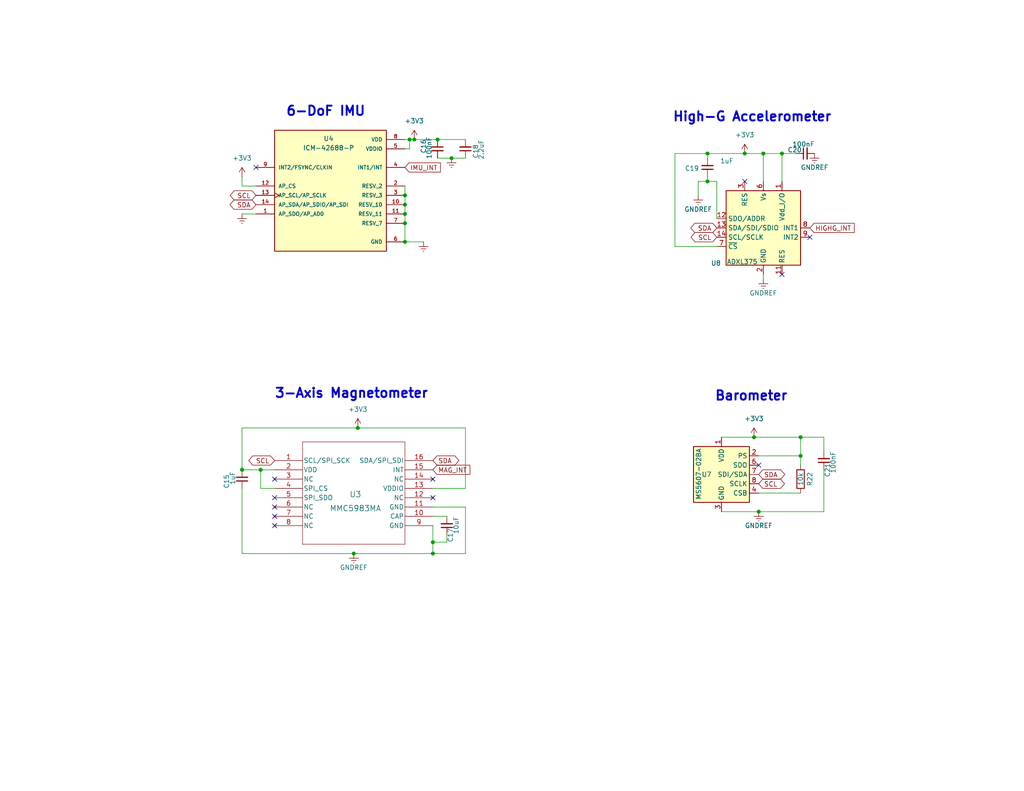
<source format=kicad_sch>
(kicad_sch (version 20231120) (generator "eeschema") (generator_version "8.0")
  (paper "USLetter")
  (title_block (title "WINTER Sensors") (date "2025-01-06") (rev "3.3") (company "SparrowTheNerd"))
  (lib_symbols
    (symbol "Device:C_Small" (pin_numbers hide) (pin_names (offset 0.254) hide)
      (property "Reference" "C" (at 0.254 1.778 0))
      (property "Value" "C_Small" (at 0.254 -2.032 0))
      (symbol "C_Small_0_1"
        (polyline (pts (xy -1.524 -0.508) (xy 1.524 -0.508)) (stroke (width 0.3302)))
        (polyline (pts (xy -1.524 0.508) (xy 1.524 0.508)) (stroke (width 0.3048)))
      )
      (symbol "C_Small_1_1"
        (pin passive line (at 0 2.54 270) (length 2.032) (name "~") (number "1"))
        (pin passive line (at 0 -2.54 90) (length 2.032) (name "~") (number "2"))
      )
    )
    (symbol "Device:R" (pin_numbers hide) (pin_names (offset 0))
      (property "Reference" "R" (at 2.032 0 90))
      (property "Value" "R" (at 0 0 90))
      (symbol "R_0_1"
        (rectangle (start -1.016 -2.54) (end 1.016 2.54) (stroke (width 0.254)))
      )
      (symbol "R_1_1"
        (pin passive line (at 0 3.81 270) (length 1.27) (name "~") (number "1"))
        (pin passive line (at 0 -3.81 90) (length 1.27) (name "~") (number "2"))
      )
    )
    (symbol "Sensor_Motion:ADXL343"
      (property "Reference" "U" (at -8.89 11.43 0))
      (property "Value" "ADXL343" (at -7.62 -11.43 0))
      (symbol "ADXL343_0_1"
        (rectangle (start -10.16 10.16) (end 10.16 -10.16) (stroke (width 0.254)) (fill (type background)))
      )
      (symbol "ADXL343_1_1"
        (pin power_in line (at 5.08 12.7 270) (length 2.54) (name "Vdd_I/O") (number "1"))
        (pin no_connect line (at -5.08 -10.16 90) (length 2.54) hide (name "NC") (number "10"))
        (pin passive line (at 5.08 -12.7 90) (length 2.54) (name "RES") (number "11"))
        (pin bidirectional line (at -12.7 2.54 0) (length 2.54) (name "SDO/ADDR") (number "12"))
        (pin bidirectional line (at -12.7 0 0) (length 2.54) (name "SDA/SDI/SDIO") (number "13"))
        (pin input line (at -12.7 -2.54 0) (length 2.54) (name "SCL/SCLK") (number "14"))
        (pin power_in line (at 0 -12.7 90) (length 2.54) (name "GND") (number "2"))
        (pin passive line (at -5.08 12.7 270) (length 2.54) (name "RES") (number "3"))
        (pin passive line (at 0 -12.7 90) (length 2.54) hide (name "GND") (number "4"))
        (pin passive line (at 0 -12.7 90) (length 2.54) hide (name "GND") (number "5"))
        (pin power_in line (at 0 12.7 270) (length 2.54) (name "Vs") (number "6"))
        (pin input line (at -12.7 -5.08 0) (length 2.54) (name "~{CS}") (number "7"))
        (pin output line (at 12.7 0 180) (length 2.54) (name "INT1") (number "8"))
        (pin output line (at 12.7 -2.54 180) (length 2.54) (name "INT2") (number "9"))
      )
    )
    (symbol "Sensor_Pressure:MS5607-02BA"
      (property "Reference" "U" (at -6.35 8.89 0))
      (property "Value" "MS5607-02BA" (at 7.62 8.89 0))
      (symbol "MS5607-02BA_0_1"
        (rectangle (start -7.62 7.62) (end 7.62 -7.62) (stroke (width 0.254)) (fill (type background)))
      )
      (symbol "MS5607-02BA_1_1"
        (pin power_in line (at 0 10.16 270) (length 2.54) (name "VDD") (number "1"))
        (pin input line (at -10.16 5.08 0) (length 2.54) (name "PS") (number "2"))
        (pin power_in line (at 0 -10.16 90) (length 2.54) (name "GND") (number "3"))
        (pin input line (at -10.16 -5.08 0) (length 2.54) (name "CSB") (number "4"))
        (pin input line (at -10.16 -5.08 0) (length 2.54) hide (name "CSB") (number "5"))
        (pin output line (at -10.16 2.54 0) (length 2.54) (name "SDO") (number "6"))
        (pin bidirectional line (at -10.16 0 0) (length 2.54) (name "SDI/SDA") (number "7"))
        (pin input line (at -10.16 -2.54 0) (length 2.54) (name "SCLK") (number "8"))
      )
    )
    (symbol "power:+3V3" (power) (pin_numbers hide) (pin_names (offset 0) hide)
      (property "Value" "+3V3" (at 0 3.556 0))
      (symbol "+3V3_0_1"
        (polyline (pts (xy -0.762 1.27) (xy 0 2.54)))
        (polyline (pts (xy 0 0) (xy 0 2.54)))
        (polyline (pts (xy 0 2.54) (xy 0.762 1.27)))
      )
      (symbol "+3V3_1_1"
        (pin power_in line (at 0 0 90) (length 0) (name "~") (number "1"))
      )
    )
    (symbol "power:GNDREF" (power) (pin_names (offset 0))
      (property "Value" "GNDREF" (at 0 -3.81 0))
      (symbol "GNDREF_0_1"
        (polyline (pts (xy -0.635 -1.905) (xy 0.635 -1.905)))
        (polyline (pts (xy -0.127 -2.54) (xy 0.127 -2.54)))
        (polyline (pts (xy 0 -1.27) (xy 0 0)))
        (polyline (pts (xy 1.27 -1.27) (xy -1.27 -1.27)))
      )
      (symbol "GNDREF_1_1"
        (pin power_in line (at 0 0 270) (length 0) hide (name "GNDREF") (number "1"))
      )
    )
    (symbol "rev3_components:ICM-42688-P" (pin_names (offset 1.016))
      (property "Reference" "U" (at -20.32 16.002 0))
      (property "Value" "ICM-42688-P" (at -20.32 -20.32 0))
      (symbol "ICM-42688-P_0_0"
        (rectangle (start -20.32 15.24) (end 10.16 -17.78) (stroke (width 0.254)) (fill (type background)))
        (pin bidirectional line (at -25.4 -7.62 0) (length 5.08) (name "AP_SDO/AP_AD0") (number "1"))
        (pin passive line (at 15.24 -5.08 180) (length 5.08) (name "RESV_10") (number "10"))
        (pin passive line (at 15.24 -7.62 180) (length 5.08) (name "RESV_11") (number "11"))
        (pin input line (at -25.4 0 0) (length 5.08) (name "AP_CS") (number "12"))
        (pin input clock (at -25.4 -2.54 0) (length 5.08) (name "AP_SCL/AP_SCLK") (number "13"))
        (pin bidirectional line (at -25.4 -5.08 0) (length 5.08) (name "AP_SDA/AP_SDIO/AP_SDI") (number "14"))
        (pin passive line (at 15.24 0 180) (length 5.08) (name "RESV_2") (number "2"))
        (pin passive line (at 15.24 -2.54 180) (length 5.08) (name "RESV_3") (number "3"))
        (pin output line (at 15.24 5.08 180) (length 5.08) (name "INT1/INT") (number "4"))
        (pin power_in line (at 15.24 10.16 180) (length 5.08) (name "VDDIO") (number "5"))
        (pin power_in line (at 15.24 -15.24 180) (length 5.08) (name "GND") (number "6"))
        (pin passive line (at 15.24 -10.16 180) (length 5.08) (name "RESV_7") (number "7"))
        (pin power_in line (at 15.24 12.7 180) (length 5.08) (name "VDD") (number "8"))
        (pin bidirectional line (at -25.4 5.08 0) (length 5.08) (name "INT2/FSYNC/CLKIN") (number "9"))
      )
    )
    (symbol "rev3_components:MMC5983MA" (pin_names (offset 0.254))
      (property "Reference" "U" (at 35.56 10.16 0))
      (property "Value" "MMC5983MA" (at 35.56 7.62 0))
      (symbol "MMC5983MA_0_1"
        (polyline (pts (xy 7.62 -22.86) (xy 35.56 -22.86)) (stroke (width 0.127)))
        (polyline (pts (xy 7.62 5.08) (xy 7.62 -22.86)) (stroke (width 0.127)))
        (polyline (pts (xy 35.56 -22.86) (xy 35.56 5.08)) (stroke (width 0.127)))
        (polyline (pts (xy 35.56 5.08) (xy 7.62 5.08)) (stroke (width 0.127)))
        (pin input line (at 0 0 0) (length 7.62) (name "SCL/SPI_SCK") (number "1"))
        (pin power_in line (at 43.18 -15.24 180) (length 7.62) (name "CAP") (number "10"))
        (pin power_out line (at 43.18 -12.7 180) (length 7.62) (name "GND") (number "11"))
        (pin no_connect line (at 43.18 -10.16 180) (length 7.62) (name "NC") (number "12"))
        (pin power_in line (at 43.18 -7.62 180) (length 7.62) (name "VDDIO") (number "13"))
        (pin no_connect line (at 43.18 -5.08 180) (length 7.62) (name "NC") (number "14"))
        (pin output line (at 43.18 -2.54 180) (length 7.62) (name "INT") (number "15"))
        (pin bidirectional line (at 43.18 0 180) (length 7.62) (name "SDA/SPI_SDI") (number "16"))
        (pin power_in line (at 0 -2.54 0) (length 7.62) (name "VDD") (number "2"))
        (pin no_connect line (at 0 -5.08 0) (length 7.62) (name "NC") (number "3"))
        (pin input line (at 0 -7.62 0) (length 7.62) (name "SPI_CS") (number "4"))
        (pin output line (at 0 -10.16 0) (length 7.62) (name "SPI_SDO") (number "5"))
        (pin no_connect line (at 0 -12.7 0) (length 7.62) (name "NC") (number "6"))
        (pin no_connect line (at 0 -15.24 0) (length 7.62) (name "NC") (number "7"))
        (pin no_connect line (at 0 -17.78 0) (length 7.62) (name "NC") (number "8"))
        (pin power_out line (at 43.18 -17.78 180) (length 7.62) (name "GND") (number "9"))
      )
    )
  )
  (junction (at 71.12 128.27))
  (junction (at 203.2 41.91))
  (junction (at 113.03 38.1))
  (junction (at 118.11 151.13))
  (junction (at 110.49 58.42))
  (junction (at 207.01 139.7))
  (junction (at 123.19 43.18))
  (junction (at 193.04 41.91))
  (junction (at 96.52 151.13))
  (junction (at 66.04 128.27))
  (junction (at 97.6376 116.84))
  (junction (at 213.36 41.91))
  (junction (at 110.49 60.96))
  (junction (at 218.44 119.38))
  (junction (at 119.38 38.1))
  (junction (at 110.49 66.04))
  (junction (at 205.74 119.38))
  (junction (at 193.04 49.53))
  (junction (at 110.49 55.88))
  (junction (at 118.11 148.0312))
  (junction (at 218.44 124.46))
  (junction (at 208.28 41.91))
  (junction (at 111.76 38.1))
  (junction (at 110.49 53.34))
  (no_connect (at 74.93 140.97))
  (no_connect (at 207.01 127))
  (no_connect (at 74.93 130.81))
  (no_connect (at 220.98 64.77))
  (no_connect (at 74.93 143.51))
  (no_connect (at 213.36 74.93))
  (no_connect (at 74.93 138.43))
  (no_connect (at 203.2 49.53))
  (no_connect (at 118.11 130.81))
  (no_connect (at 74.93 135.89))
  (no_connect (at 69.85 45.72))
  (no_connect (at 118.11 135.89))
  (wire (pts (xy 213.36 41.91) (xy 217.17 41.91)))
  (wire (pts (xy 71.12 128.27) (xy 74.93 128.27)))
  (wire (pts (xy 193.04 41.91) (xy 184.15 41.91)))
  (wire (pts (xy 127 116.84) (xy 127 133.35)))
  (wire (pts (xy 110.49 50.8) (xy 110.49 53.34)))
  (wire (pts (xy 195.58 59.69) (xy 195.58 49.53)))
  (wire (pts (xy 218.44 127) (xy 218.44 124.46)))
  (wire (pts (xy 110.49 66.04) (xy 115.57 66.04)))
  (wire (pts (xy 207.01 139.7) (xy 196.85 139.7)))
  (wire (pts (xy 184.15 41.91) (xy 184.15 67.31)))
  (wire (pts (xy 207.01 124.46) (xy 218.44 124.46)))
  (wire (pts (xy 127 133.35) (xy 118.11 133.35)))
  (wire (pts (xy 203.2 41.91) (xy 193.04 41.91)))
  (wire (pts (xy 127 138.43) (xy 127 151.13)))
  (wire (pts (xy 69.85 50.8) (xy 66.04 50.8)))
  (wire (pts (xy 218.44 119.38) (xy 218.44 124.46)))
  (wire (pts (xy 118.11 151.13) (xy 127 151.13)))
  (wire (pts (xy 196.85 119.38) (xy 205.74 119.38)))
  (wire (pts (xy 97.6376 116.84) (xy 127 116.84)))
  (wire (pts (xy 207.01 134.62) (xy 218.44 134.62)))
  (wire (pts (xy 190.5 49.53) (xy 190.5 53.34)))
  (wire (pts (xy 71.12 133.35) (xy 71.12 128.27)))
  (wire (pts (xy 193.04 43.18) (xy 193.04 41.91)))
  (wire (pts (xy 184.15 67.31) (xy 195.58 67.31)))
  (wire (pts (xy 195.58 49.53) (xy 193.04 49.53)))
  (wire (pts (xy 190.5 49.53) (xy 193.04 49.53)))
  (wire (pts (xy 118.11 138.43) (xy 127 138.43)))
  (wire (pts (xy 208.28 41.91) (xy 208.28 49.53)))
  (wire (pts (xy 113.03 38.1) (xy 119.38 38.1)))
  (wire (pts (xy 66.04 133.35) (xy 66.04 151.13)))
  (wire (pts (xy 119.38 43.18) (xy 123.19 43.18)))
  (wire (pts (xy 205.74 119.38) (xy 218.44 119.38)))
  (wire (pts (xy 118.11 143.51) (xy 118.11 148.0312)))
  (wire (pts (xy 66.04 116.84) (xy 97.6376 116.84)))
  (wire (pts (xy 66.04 116.84) (xy 66.04 128.27)))
  (wire (pts (xy 66.04 58.42) (xy 69.85 58.42)))
  (wire (pts (xy 224.79 128.27) (xy 224.79 139.7)))
  (wire (pts (xy 121.92 148.0312) (xy 118.11 148.0312)))
  (wire (pts (xy 208.28 41.91) (xy 213.36 41.91)))
  (wire (pts (xy 111.76 38.1) (xy 113.03 38.1)))
  (wire (pts (xy 193.04 48.26) (xy 193.04 49.53)))
  (wire (pts (xy 208.28 41.91) (xy 203.2 41.91)))
  (wire (pts (xy 110.49 58.42) (xy 110.49 60.96)))
  (wire (pts (xy 213.36 41.91) (xy 213.36 49.53)))
  (wire (pts (xy 66.04 48.26) (xy 66.04 50.8)))
  (wire (pts (xy 118.11 140.97) (xy 121.92 140.97)))
  (wire (pts (xy 224.79 119.38) (xy 218.44 119.38)))
  (wire (pts (xy 224.79 123.19) (xy 224.79 119.38)))
  (wire (pts (xy 110.49 53.34) (xy 110.49 55.88)))
  (wire (pts (xy 110.49 38.1) (xy 111.76 38.1)))
  (wire (pts (xy 123.19 43.18) (xy 127 43.18)))
  (wire (pts (xy 96.52 151.13) (xy 118.11 151.13)))
  (wire (pts (xy 118.11 148.0312) (xy 118.11 151.13)))
  (wire (pts (xy 119.38 38.1) (xy 127 38.1)))
  (wire (pts (xy 208.28 76.2) (xy 208.28 74.93)))
  (wire (pts (xy 66.04 151.13) (xy 96.52 151.13)))
  (wire (pts (xy 111.76 40.64) (xy 111.76 38.1)))
  (wire (pts (xy 121.92 146.05) (xy 121.92 148.0312)))
  (wire (pts (xy 66.04 128.27) (xy 71.12 128.27)))
  (wire (pts (xy 110.49 40.64) (xy 111.76 40.64)))
  (wire (pts (xy 110.49 55.88) (xy 110.49 58.42)))
  (wire (pts (xy 74.93 133.35) (xy 71.12 133.35)))
  (wire (pts (xy 224.79 139.7) (xy 207.01 139.7)))
  (wire (pts (xy 110.49 60.96) (xy 110.49 66.04)))
  (text "3-Axis Magnetometer\n" (at 95.9104 107.4928 0) (effects (font (size 2.54 2.54) (bold yes))))
  (text "Barometer" (at 204.978 108.204 0) (effects (font (size 2.54 2.54) (bold yes))))
  (text "6-DoF IMU\n" (at 88.9 30.48 0) (effects (font (size 2.54 2.54) (bold yes))))
  (text "High-G Accelerometer" (at 205.232 32.004 0) (effects (font (size 2.54 2.54) (bold yes))))
  (global_label "SDA" (shape bidirectional) (at 69.85 55.88 180) (property "Intersheetrefs" "${INTERSHEET_REFS}" (effects (hide yes))))
  (global_label "HIGHG_INT" (shape input) (at 220.98 62.23 0) (property "Intersheetrefs" "${INTERSHEET_REFS}" (effects (hide yes))))
  (global_label "SCL" (shape bidirectional) (at 69.85 53.34 180) (property "Intersheetrefs" "${INTERSHEET_REFS}" (effects (hide yes))))
  (global_label "SDA" (shape bidirectional) (at 118.11 125.73 0) (property "Intersheetrefs" "${INTERSHEET_REFS}" (effects (hide yes))))
  (global_label "SCL" (shape bidirectional) (at 207.01 132.08 0) (property "Intersheetrefs" "${INTERSHEET_REFS}" (effects (hide yes))))
  (global_label "IMU_INT" (shape input) (at 110.49 45.72 0) (property "Intersheetrefs" "${INTERSHEET_REFS}" (effects (hide yes))))
  (global_label "MAG_INT" (shape input) (at 118.11 128.27 0) (property "Intersheetrefs" "${INTERSHEET_REFS}" (effects (hide yes))))
  (global_label "SCL" (shape bidirectional) (at 195.58 64.77 180) (property "Intersheetrefs" "${INTERSHEET_REFS}" (effects (hide yes))))
  (global_label "SDA" (shape bidirectional) (at 207.01 129.54 0) (property "Intersheetrefs" "${INTERSHEET_REFS}" (effects (hide yes))))
  (global_label "SDA" (shape bidirectional) (at 195.58 62.23 180) (property "Intersheetrefs" "${INTERSHEET_REFS}" (effects (hide yes))))
  (global_label "SCL" (shape bidirectional) (at 74.93 125.73 180) (property "Intersheetrefs" "${INTERSHEET_REFS}" (effects (hide yes))))
  (symbol (lib_id "power:GNDREF") (at 66.04 58.42 0) (mirror y) (unit 1)
    (property "Reference" "#PWR0136" (effects (hide yes)))
    (property "Value" "GNDREF" (effects (hide yes)))
  )
  (symbol (lib_id "power:+3V3") (at 113.03 38.1 0) (unit 1)
    (property "Reference" "#PWR0138" (effects (hide yes)))
    (property "Value" "+3V3" (at 113.03 33.02 0))
    (property "Description" "Power symbol creates a global label with name \"+3V3\"" (effects (hide yes)))
  )
  (symbol (lib_id "power:GNDREF") (at 115.57 66.04 0) (mirror y) (unit 1)
    (property "Reference" "#PWR0134" (effects (hide yes)))
    (property "Value" "GNDREF" (effects (hide yes)))
  )
  (symbol (lib_id "Device:C_Small") (at 66.04 130.81 180) (unit 1)
    (property "Reference" "C15" (at 61.8236 129.4892 90) (effects (justify left)))
    (property "Value" "1uF" (at 63.5 128.7272 90) (effects (justify left)))
    (property "Footprint" "Capacitor_SMD:C_0402_1005Metric" (effects (hide yes)))
    (property "Product ID" "GRT153R61A105ME13D" (effects (hide yes)))
    (property "LCSC" "C52923" (effects (hide yes)))
  )
  (symbol (lib_id "Device:C_Small") (at 219.71 41.91 90) (unit 1)
    (property "Reference" "C20" (at 218.7973 40.9239 90) (effects (justify left)))
    (property "Value" "100nF" (at 222.25 39.37 90) (effects (justify left)))
    (property "Footprint" "Capacitor_SMD:C_0603_1608Metric" (effects (hide yes)))
    (property "Product ID" "CL10B104KB8NNNL" (effects (hide yes)))
    (property "LCSC" "C1525" (effects (hide yes)))
  )
  (symbol (lib_id "power:+3V3") (at 203.2 41.91 0) (unit 1)
    (property "Reference" "#PWR0133" (effects (hide yes)))
    (property "Value" "+3V3" (at 203.2 36.83 0))
    (property "Description" "Power symbol creates a global label with name \"+3V3\"" (effects (hide yes)))
  )
  (symbol (lib_id "Device:R") (at 218.44 130.81 180) (unit 1)
    (property "Reference" "R22" (at 220.98 130.81 90))
    (property "Value" "10k" (at 218.44 130.81 90))
    (property "Footprint" "Resistor_SMD:R_0603_1608Metric" (effects (hide yes)))
    (property "Product ID" "ERJ-PA3F1002V" (effects (hide yes)))
    (property "LCSC" "C25804" (effects (hide yes)))
  )
  (symbol (lib_id "rev3_components:ICM-42688-P") (at 95.25 50.8 0) (unit 1)
    (property "Reference" "U4" (at 89.662 37.846 0))
    (property "Value" "ICM-42688-P" (at 89.662 40.386 0))
    (property "Footprint" "rev3footprints:PQFN50P300X250X97-14N" (effects (hide yes)))
    (property "PARTREV" "1.2" (effects (hide yes)))
    (property "STANDARD" "IPC-7351B" (effects (hide yes)))
    (property "MAXIMUM_PACKAGE_HEIGHT" "0.97mm" (effects (hide yes)))
    (property "MANUFACTURER" "TDK InvenSense" (effects (hide yes)))
    (property "LCSC" "C1850418" (effects (hide yes)))
    (property "Product ID" "ICM-42688-P" (effects (hide yes)))
  )
  (symbol (lib_id "Device:C_Small") (at 193.04 45.72 180) (unit 1)
    (property "Reference" "C19" (at 190.754 45.974 0) (effects (justify left)))
    (property "Value" "1uF" (at 200.152 43.942 0) (effects (justify left)))
    (property "Footprint" "Capacitor_SMD:C_0402_1005Metric" (effects (hide yes)))
    (property "Product ID" "GRT153R61A105ME13D" (effects (hide yes)))
    (property "LCSC" "C52923" (effects (hide yes)))
  )
  (symbol (lib_id "Sensor_Pressure:MS5607-02BA") (at 196.85 129.54 0) (mirror y) (unit 1)
    (property "Reference" "U7" (at 194.1728 129.54 0) (effects (justify left)))
    (property "Value" "MS5607-02BA" (at 190.6351 136.4241 90) (effects (justify left)))
    (property "Footprint" "Package_LGA:LGA-8_3x5mm_P1.25mm" (effects (hide yes)))
    (property "Datasheet" "https://www.te.com/commerce/DocumentDelivery/DDEController?Action=showdoc&DocId=Data+Sheet%7FMS5607-02BA03%7FB2%7Fpdf%7FEnglish%7FENG_DS_MS5607-02BA03_B2.pdf%7FCAT-BLPS0035" (effects (hide yes)))
    (property "Product ID" "MS5607-02BA" (effects (hide yes)))
    (property "LCSC" "C97627" (effects (hide yes)))
  )
  (symbol (lib_id "power:GNDREF") (at 190.5 53.34 0) (mirror y) (unit 1)
    (property "Reference" "#PWR0132" (effects (hide yes)))
    (property "Value" "GNDREF" (at 190.5 57.15 0))
  )
  (symbol (lib_id "rev3_components:MMC5983MA") (at 74.93 125.73 0) (unit 1)
    (property "Reference" "U3" (at 96.9772 134.9756 0) (effects (font (size 1.524 1.524))))
    (property "Value" "MMC5983MA" (at 96.9772 138.7856 0) (effects (font (size 1.524 1.524))))
    (property "Footprint" "rev3footprints:MMC5983MA_MEM" (effects (hide yes)))
    (property "Datasheet" "MMC5983MA" (effects (hide yes)))
    (property "Product ID" "MMC5983MA" (effects (hide yes)))
    (property "LCSC" "C404329" (effects (hide yes)))
  )
  (symbol (lib_id "Device:C_Small") (at 121.92 143.51 180) (unit 1)
    (property "Reference" "C17" (at 122.9196 144.1822 90) (effects (justify left)))
    (property "Value" "10uF" (at 124.46 140.97 90) (effects (justify left)))
    (property "Footprint" "Capacitor_SMD:C_0603_1608Metric" (effects (hide yes)))
    (property "Product ID" "GRM155R61A106ME11D" (effects (hide yes)))
    (property "LCSC" "C15525" (effects (hide yes)))
  )
  (symbol (lib_id "power:GNDREF") (at 123.19 43.18 0) (mirror y) (unit 1)
    (property "Reference" "#PWR0135" (effects (hide yes)))
    (property "Value" "GNDREF" (effects (hide yes)))
  )
  (symbol (lib_id "power:+3V3") (at 97.6376 116.84 0) (unit 1)
    (property "Reference" "#PWR0130" (effects (hide yes)))
    (property "Value" "+3V3" (at 97.6376 111.76 0))
    (property "Description" "Power symbol creates a global label with name \"+3V3\"" (effects (hide yes)))
  )
  (symbol (lib_id "power:+3V3") (at 205.74 119.38 0) (unit 1)
    (property "Reference" "#PWR0139" (effects (hide yes)))
    (property "Value" "+3V3" (at 205.74 114.3 0))
    (property "Description" "Power symbol creates a global label with name \"+3V3\"" (effects (hide yes)))
  )
  (symbol (lib_id "power:GNDREF") (at 207.01 139.7 0) (mirror y) (unit 1)
    (property "Reference" "#PWR0141" (effects (hide yes)))
    (property "Value" "GNDREF" (at 207.01 143.51 0))
  )
  (symbol (lib_id "power:+3V3") (at 66.04 48.26 0) (unit 1)
    (property "Reference" "#PWR0137" (effects (hide yes)))
    (property "Value" "+3V3" (at 66.04 43.18 0))
    (property "Description" "Power symbol creates a global label with name \"+3V3\"" (effects (hide yes)))
  )
  (symbol (lib_id "Device:C_Small") (at 127 40.64 180) (unit 1)
    (property "Reference" "C18" (at 129.794 39.37 90) (effects (justify left)))
    (property "Value" "2.2uF" (at 131.318 38.1 90) (effects (justify left)))
    (property "Footprint" "Capacitor_SMD:C_0402_1005Metric" (effects (hide yes)))
    (property "Product ID" "GRM155C71A225KE11J" (effects (hide yes)))
    (property "LCSC" "C12530 " (effects (hide yes)))
  )
  (symbol (lib_id "power:GNDREF") (at 96.52 151.13 0) (mirror y) (unit 1)
    (property "Reference" "#PWR0129" (effects (hide yes)))
    (property "Value" "GNDREF" (at 96.52 154.94 0))
  )
  (symbol (lib_id "Device:C_Small") (at 119.38 40.64 0) (unit 1)
    (property "Reference" "C16" (at 115.57 41.91 90) (effects (justify left)))
    (property "Value" "100nF" (at 117.094 43.434 90) (effects (justify left)))
    (property "Footprint" "Capacitor_SMD:C_0603_1608Metric" (effects (hide yes)))
    (property "Product ID" "CL10B104KB8NNNL" (effects (hide yes)))
    (property "LCSC" "C1525" (effects (hide yes)))
  )
  (symbol (lib_id "power:GNDREF") (at 208.28 76.2 0) (mirror y) (unit 1)
    (property "Reference" "#PWR0140" (effects (hide yes)))
    (property "Value" "GNDREF" (at 208.28 80.01 0))
  )
  (symbol (lib_id "power:GNDREF") (at 222.25 41.91 0) (mirror y) (unit 1)
    (property "Reference" "#PWR0131" (effects (hide yes)))
    (property "Value" "GNDREF" (at 222.25 45.72 0))
  )
  (symbol (lib_id "Sensor_Motion:ADXL343") (at 208.28 62.23 0) (unit 1)
    (property "Reference" "U8" (at 195.3452 71.8551 0))
    (property "Value" "ADXL375" (at 202.5162 71.4726 0))
    (property "Footprint" "Package_LGA:LGA-14_3x5mm_P0.8mm_LayoutBorder1x6y" (effects (hide yes)))
    (property "Datasheet" "https://www.analog.com/media/en/technical-documentation/data-sheets/ADXL343.pdf" (effects (hide yes)))
    (property "Product ID" "ADXL375" (effects (hide yes)))
    (property "LCSC" "C481898" (effects (hide yes)))
  )
  (symbol (lib_id "Device:C_Small") (at 224.79 125.73 180) (unit 1)
    (property "Reference" "C21" (at 225.7896 126.4022 90) (effects (justify left)))
    (property "Value" "100nF" (at 227.33 123.19 90) (effects (justify left)))
    (property "Footprint" "Capacitor_SMD:C_0603_1608Metric" (effects (hide yes)))
    (property "Product ID" "CL10B104KB8NNNL" (effects (hide yes)))
    (property "LCSC" "C1525" (effects (hide yes)))
  )
)
</source>
